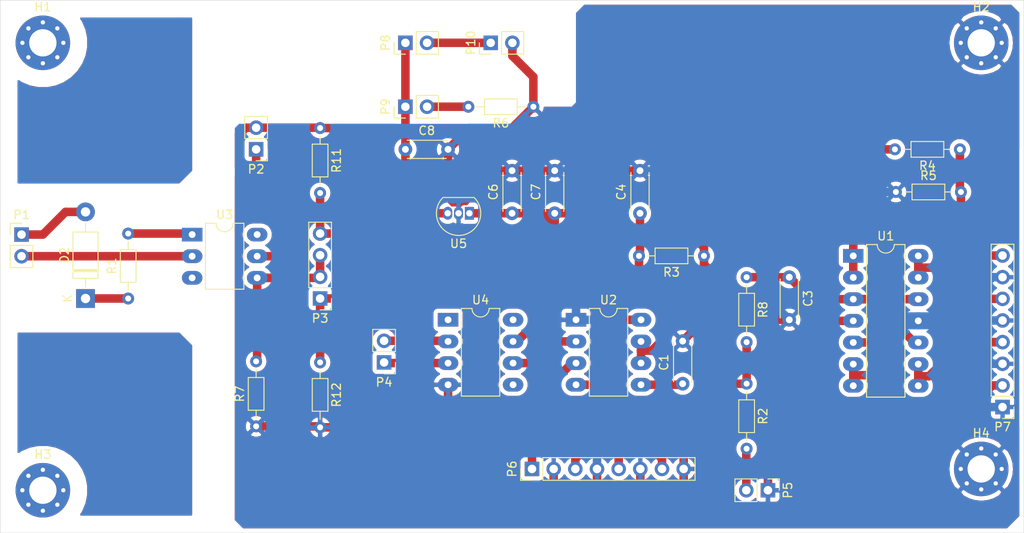
<source format=kicad_pcb>
(kicad_pcb (version 20171130) (host pcbnew 5.1.4+dfsg1-1)
  (title_block (title "ESB V1") (date 2020-06-16) (rev 0) (company "Bilucaglia M. - Di Stanislao G. - Masi R."))
  (layers (0 F.Cu signal hide) (31 B.Cu signal hide) (34 B.Paste user hide) (35 F.Paste user hide) (36 B.SilkS user hide) (37 F.SilkS user hide) (38 B.Mask user hide) (39 F.Mask user hide) (44 Edge.Cuts user))
  (net 0 "")
  (net 1 GND)
  (net 2 "Net-(C1-Pad1)")
  (net 3 +5V)
  (net 4 "Net-(C3-Pad1)")
  (net 5 "Net-(C4-Pad1)")
  (net 6 "Net-(U3-Pad6)")
  (net 7 "Net-(U3-Pad3)")
  (net 8 "Net-(U4-Pad8)")
  (net 9 "Net-(U4-Pad5)")
  (net 10 "Net-(U4-Pad1)")
  (net 11 "Net-(C8-Pad1)")
  (net 12 "Net-(D2-Pad2)")
  (net 13 "Net-(D2-Pad1)")
  (net 14 /OUT_PULSE)
  (net 15 "Net-(R1-Pad2)")
  (net 16 "Net-(R4-Pad2)")
  (net 17 "Net-(U2-Pad2)")
  (net 18 "Net-(P1-Pad2)")
  (net 19 "Net-(P2-Pad1)")
  (net 20 "Net-(P3-Pad1)")
  (net 21 "Net-(P4-Pad2)")
  (net 22 "Net-(P4-Pad1)")
  (net 23 "Net-(P5-Pad2)")
  (net 24 "Net-(P7-Pad2)")
  (net 25 "Net-(P10-Pad1)")
  (net 26 "Net-(P9-Pad2)")
  (net 27 "Net-(P7-Pad8)")
  (net 28 "Net-(P7-Pad6)")
  (net 29 "Net-(P7-Pad4)")
  (module MountingHole:MountingHole_3.2mm_M3_Pad_Via (layer F.Cu) (at 57.5 102.5)
    (fp_text reference H3 (at 0 -4.2) (layer F.SilkS))
    (fp_text value MountingHole hide)
    (pad 1 thru_hole circle (at 1.697056 -1.697056) (size 0.8 0.8) (drill 0.5) (layers *.Cu *.Mask))
    (pad 1 thru_hole circle (at 0 -2.4) (size 0.8 0.8) (drill 0.5) (layers *.Cu *.Mask))
    (pad 1 thru_hole circle (at -1.697056 -1.697056) (size 0.8 0.8) (drill 0.5) (layers *.Cu *.Mask))
    (pad 1 thru_hole circle (at -2.4 0) (size 0.8 0.8) (drill 0.5) (layers *.Cu *.Mask))
    (pad 1 thru_hole circle (at -1.697056 1.697056) (size 0.8 0.8) (drill 0.5) (layers *.Cu *.Mask))
    (pad 1 thru_hole circle (at 0 2.4) (size 0.8 0.8) (drill 0.5) (layers *.Cu *.Mask))
    (pad 1 thru_hole circle (at 1.697056 1.697056) (size 0.8 0.8) (drill 0.5) (layers *.Cu *.Mask))
    (pad 1 thru_hole circle (at 2.4 0) (size 0.8 0.8) (drill 0.5) (layers *.Cu *.Mask))
    (pad 1 thru_hole circle (at 0 0) (size 6.4 6.4) (drill 3.2) (layers *.Cu *.Mask))
  )
  (module MountingHole:MountingHole_3.2mm_M3_Pad_Via (layer F.Cu) (at 57.5 50)
    (fp_text reference H1 (at 0 -4.2) (layer F.SilkS))
    (fp_text value MountingHole hide)
    (pad 1 thru_hole circle (at 1.697056 -1.697056) (size 0.8 0.8) (drill 0.5) (layers *.Cu *.Mask))
    (pad 1 thru_hole circle (at 0 -2.4) (size 0.8 0.8) (drill 0.5) (layers *.Cu *.Mask))
    (pad 1 thru_hole circle (at -1.697056 -1.697056) (size 0.8 0.8) (drill 0.5) (layers *.Cu *.Mask))
    (pad 1 thru_hole circle (at -2.4 0) (size 0.8 0.8) (drill 0.5) (layers *.Cu *.Mask))
    (pad 1 thru_hole circle (at -1.697056 1.697056) (size 0.8 0.8) (drill 0.5) (layers *.Cu *.Mask))
    (pad 1 thru_hole circle (at 0 2.4) (size 0.8 0.8) (drill 0.5) (layers *.Cu *.Mask))
    (pad 1 thru_hole circle (at 1.697056 1.697056) (size 0.8 0.8) (drill 0.5) (layers *.Cu *.Mask))
    (pad 1 thru_hole circle (at 2.4 0) (size 0.8 0.8) (drill 0.5) (layers *.Cu *.Mask))
    (pad 1 thru_hole circle (at 0 0) (size 6.4 6.4) (drill 3.2) (layers *.Cu *.Mask))
  )
  (module MountingHole:MountingHole_3.2mm_M3_Pad_Via (layer F.Cu) (at 167.5 100)
    (fp_text reference H4 (at 0 -4.2) (layer F.SilkS))
    (fp_text value MountingHole_Pad hide)
    (pad 1 thru_hole circle (at 1.697056 -1.697056) (size 0.8 0.8) (drill 0.5) (layers *.Cu *.Mask) (net 1 GND))
    (pad 1 thru_hole circle (at 0 -2.4) (size 0.8 0.8) (drill 0.5) (layers *.Cu *.Mask) (net 1 GND))
    (pad 1 thru_hole circle (at -1.697056 -1.697056) (size 0.8 0.8) (drill 0.5) (layers *.Cu *.Mask) (net 1 GND))
    (pad 1 thru_hole circle (at -2.4 0) (size 0.8 0.8) (drill 0.5) (layers *.Cu *.Mask) (net 1 GND))
    (pad 1 thru_hole circle (at -1.697056 1.697056) (size 0.8 0.8) (drill 0.5) (layers *.Cu *.Mask) (net 1 GND))
    (pad 1 thru_hole circle (at 0 2.4) (size 0.8 0.8) (drill 0.5) (layers *.Cu *.Mask) (net 1 GND))
    (pad 1 thru_hole circle (at 1.697056 1.697056) (size 0.8 0.8) (drill 0.5) (layers *.Cu *.Mask) (net 1 GND))
    (pad 1 thru_hole circle (at 2.4 0) (size 0.8 0.8) (drill 0.5) (layers *.Cu *.Mask) (net 1 GND))
    (pad 1 thru_hole circle (at 0 0) (size 6.4 6.4) (drill 3.2) (layers *.Cu *.Mask) (net 1 GND))
  )
  (module MountingHole:MountingHole_3.2mm_M3_Pad_Via (layer F.Cu) (at 167.5 50)
    (fp_text reference H2 (at 0 -4.2) (layer F.SilkS))
    (fp_text value MountingHole_Pad hide)
    (pad 1 thru_hole circle (at 1.697056 -1.697056) (size 0.8 0.8) (drill 0.5) (layers *.Cu *.Mask) (net 1 GND))
    (pad 1 thru_hole circle (at 0 -2.4) (size 0.8 0.8) (drill 0.5) (layers *.Cu *.Mask) (net 1 GND))
    (pad 1 thru_hole circle (at -1.697056 -1.697056) (size 0.8 0.8) (drill 0.5) (layers *.Cu *.Mask) (net 1 GND))
    (pad 1 thru_hole circle (at -2.4 0) (size 0.8 0.8) (drill 0.5) (layers *.Cu *.Mask) (net 1 GND))
    (pad 1 thru_hole circle (at -1.697056 1.697056) (size 0.8 0.8) (drill 0.5) (layers *.Cu *.Mask) (net 1 GND))
    (pad 1 thru_hole circle (at 0 2.4) (size 0.8 0.8) (drill 0.5) (layers *.Cu *.Mask) (net 1 GND))
    (pad 1 thru_hole circle (at 1.697056 1.697056) (size 0.8 0.8) (drill 0.5) (layers *.Cu *.Mask) (net 1 GND))
    (pad 1 thru_hole circle (at 2.4 0) (size 0.8 0.8) (drill 0.5) (layers *.Cu *.Mask) (net 1 GND))
    (pad 1 thru_hole circle (at 0 0) (size 6.4 6.4) (drill 3.2) (layers *.Cu *.Mask) (net 1 GND))
  )
  (module Connector_PinHeader_2.54mm:PinHeader_1x04_P2.54mm_Vertical (layer F.Cu) (at 90 80 180)
    (fp_text reference P3 (at 0 -2.33) (layer F.SilkS))
    (fp_text value Conn_01x05_Male hide)
    (pad 4 thru_hole oval (at 0 7.62 180) (size 1.7 1.7) (drill 1) (layers *.Cu *.Mask) (net 20 "Net-(P3-Pad1)"))
    (pad 3 thru_hole oval (at 0 5.08 180) (size 1.7 1.7) (drill 1) (layers *.Cu *.Mask) (net 19 "Net-(P2-Pad1)"))
    (pad 2 thru_hole oval (at 0 2.54 180) (size 1.7 1.7) (drill 1) (layers *.Cu *.Mask) (net 19 "Net-(P2-Pad1)"))
    (pad 1 thru_hole rect (at 0 0 180) (size 1.7 1.7) (drill 1) (layers *.Cu *.Mask) (net 20 "Net-(P3-Pad1)"))
  )
  (module Connector_PinHeader_2.54mm:PinHeader_1x08_P2.54mm_Vertical (layer F.Cu) (at 170 92.74 180)
    (fp_text reference P7 (at 0 -2.33) (layer F.SilkS))
    (fp_text value Conn_01x08_Male hide)
    (pad 8 thru_hole oval (at 0 17.78 180) (size 1.7 1.7) (drill 1) (layers *.Cu *.Mask) (net 27 "Net-(P7-Pad8)"))
    (pad 7 thru_hole oval (at 0 15.24 180) (size 1.7 1.7) (drill 1) (layers *.Cu *.Mask) (net 1 GND))
    (pad 6 thru_hole oval (at 0 12.7 180) (size 1.7 1.7) (drill 1) (layers *.Cu *.Mask) (net 28 "Net-(P7-Pad6)"))
    (pad 5 thru_hole oval (at 0 10.16 180) (size 1.7 1.7) (drill 1) (layers *.Cu *.Mask) (net 1 GND))
    (pad 4 thru_hole oval (at 0 7.62 180) (size 1.7 1.7) (drill 1) (layers *.Cu *.Mask) (net 29 "Net-(P7-Pad4)"))
    (pad 3 thru_hole oval (at 0 5.08 180) (size 1.7 1.7) (drill 1) (layers *.Cu *.Mask) (net 1 GND))
    (pad 2 thru_hole oval (at 0 2.54 180) (size 1.7 1.7) (drill 1) (layers *.Cu *.Mask) (net 24 "Net-(P7-Pad2)"))
    (pad 1 thru_hole rect (at 0 0 180) (size 1.7 1.7) (drill 1) (layers *.Cu *.Mask) (net 1 GND))
  )
  (module Connector_PinHeader_2.54mm:PinHeader_1x08_P2.54mm_Vertical (layer F.Cu) (at 114.84 100 90)
    (fp_text reference P6 (at 0 -2.33 90) (layer F.SilkS))
    (fp_text value Conn_01x08_Male hide)
    (pad 8 thru_hole oval (at 0 17.78 90) (size 1.7 1.7) (drill 1) (layers *.Cu *.Mask) (net 1 GND))
    (pad 7 thru_hole oval (at 0 15.24 90) (size 1.7 1.7) (drill 1) (layers *.Cu *.Mask) (net 14 /OUT_PULSE))
    (pad 6 thru_hole oval (at 0 12.7 90) (size 1.7 1.7) (drill 1) (layers *.Cu *.Mask) (net 1 GND))
    (pad 5 thru_hole oval (at 0 10.16 90) (size 1.7 1.7) (drill 1) (layers *.Cu *.Mask) (net 14 /OUT_PULSE))
    (pad 4 thru_hole oval (at 0 7.62 90) (size 1.7 1.7) (drill 1) (layers *.Cu *.Mask) (net 1 GND))
    (pad 3 thru_hole oval (at 0 5.08 90) (size 1.7 1.7) (drill 1) (layers *.Cu *.Mask) (net 14 /OUT_PULSE))
    (pad 2 thru_hole oval (at 0 2.54 90) (size 1.7 1.7) (drill 1) (layers *.Cu *.Mask) (net 1 GND))
    (pad 1 thru_hole rect (at 0 0 90) (size 1.7 1.7) (drill 1) (layers *.Cu *.Mask) (net 14 /OUT_PULSE))
  )
  (module Resistor_THT:R_Axial_DIN0204_L3.6mm_D1.6mm_P7.62mm_Horizontal (layer F.Cu) (at 115 57.5 180)
    (fp_text reference R6 (at 3.81 -1.92) (layer F.SilkS))
    (fp_text value 220R)
    (pad 2 thru_hole oval (at 7.62 0 180) (size 1.4 1.4) (drill 0.7) (layers *.Cu *.Mask) (net 26 "Net-(P9-Pad2)"))
    (pad 1 thru_hole circle (at 0 0 180) (size 1.4 1.4) (drill 0.7) (layers *.Cu *.Mask) (net 1 GND))
  )
  (module Connector_PinHeader_2.54mm:PinHeader_1x02_P2.54mm_Vertical (layer F.Cu) (at 110 50 90)
    (fp_text reference P10 (at 0 -2.33 90) (layer F.SilkS))
    (fp_text value Conn_01x02_Male hide)
    (pad 2 thru_hole oval (at 0 2.54 90) (size 1.7 1.7) (drill 1) (layers *.Cu *.Mask) (net 1 GND))
    (pad 1 thru_hole rect (at 0 0 90) (size 1.7 1.7) (drill 1) (layers *.Cu *.Mask) (net 25 "Net-(P10-Pad1)"))
  )
  (module Connector_PinHeader_2.54mm:PinHeader_1x02_P2.54mm_Vertical (layer F.Cu) (at 100 57.5 90)
    (fp_text reference P9 (at 0 -2.33 90) (layer F.SilkS))
    (fp_text value Conn_01x02_Male hide)
    (pad 2 thru_hole oval (at 0 2.54 90) (size 1.7 1.7) (drill 1) (layers *.Cu *.Mask) (net 26 "Net-(P9-Pad2)"))
    (pad 1 thru_hole rect (at 0 0 90) (size 1.7 1.7) (drill 1) (layers *.Cu *.Mask) (net 11 "Net-(C8-Pad1)"))
  )
  (module Connector_PinHeader_2.54mm:PinHeader_1x02_P2.54mm_Vertical (layer F.Cu) (at 100 50 90)
    (fp_text reference P8 (at 0 -2.33 90) (layer F.SilkS))
    (fp_text value Conn_01x02_Male hide)
    (pad 2 thru_hole oval (at 0 2.54 90) (size 1.7 1.7) (drill 1) (layers *.Cu *.Mask) (net 25 "Net-(P10-Pad1)"))
    (pad 1 thru_hole rect (at 0 0 90) (size 1.7 1.7) (drill 1) (layers *.Cu *.Mask) (net 11 "Net-(C8-Pad1)"))
  )
  (module Connector_PinHeader_2.54mm:PinHeader_1x02_P2.54mm_Vertical (layer F.Cu) (at 142.5 102.5 270)
    (fp_text reference P5 (at 0 -2.33 90) (layer F.SilkS))
    (fp_text value Conn_01x02_Male hide)
    (pad 2 thru_hole oval (at 0 2.54 270) (size 1.7 1.7) (drill 1) (layers *.Cu *.Mask) (net 23 "Net-(P5-Pad2)"))
    (pad 1 thru_hole rect (at 0 0 270) (size 1.7 1.7) (drill 1) (layers *.Cu *.Mask) (net 1 GND))
  )
  (module Connector_PinHeader_2.54mm:PinHeader_1x02_P2.54mm_Vertical (layer F.Cu) (at 97.5 87.5 180)
    (fp_text reference P4 (at 0 -2.33) (layer F.SilkS))
    (fp_text value Conn_01x02_Male hide)
    (pad 2 thru_hole oval (at 0 2.54 180) (size 1.7 1.7) (drill 1) (layers *.Cu *.Mask) (net 21 "Net-(P4-Pad2)"))
    (pad 1 thru_hole rect (at 0 0 180) (size 1.7 1.7) (drill 1) (layers *.Cu *.Mask) (net 22 "Net-(P4-Pad1)"))
  )
  (module Connector_PinHeader_2.54mm:PinHeader_1x02_P2.54mm_Vertical (layer F.Cu) (at 82.5 62.5 180)
    (fp_text reference P2 (at 0 -2.33) (layer F.SilkS))
    (fp_text value Conn_01x02_Male hide)
    (pad 2 thru_hole oval (at 0 2.54 180) (size 1.7 1.7) (drill 1) (layers *.Cu *.Mask) (net 3 +5V))
    (pad 1 thru_hole rect (at 0 0 180) (size 1.7 1.7) (drill 1) (layers *.Cu *.Mask) (net 19 "Net-(P2-Pad1)"))
  )
  (module Connector_PinHeader_2.54mm:PinHeader_1x02_P2.54mm_Vertical (layer F.Cu) (at 55 72.5)
    (fp_text reference P1 (at 0 -2.33) (layer F.SilkS))
    (fp_text value Conn_01x02_Male hide)
    (pad 2 thru_hole oval (at 0 2.54) (size 1.7 1.7) (drill 1) (layers *.Cu *.Mask) (net 18 "Net-(P1-Pad2)"))
    (pad 1 thru_hole rect (at 0 0) (size 1.7 1.7) (drill 1) (layers *.Cu *.Mask) (net 12 "Net-(D2-Pad2)"))
  )
  (module Package_TO_SOT_THT:TO-92_Inline (layer F.Cu) (at 107.5 70 180)
    (fp_text reference U5 (at 1.27 -3.56) (layer F.SilkS))
    (fp_text value L78L05_TO92)
    (pad 1 thru_hole rect (at 0 0 180) (size 1.05 1.5) (drill 0.75) (layers *.Cu *.Mask) (net 3 +5V))
    (pad 3 thru_hole oval (at 2.54 0 180) (size 1.05 1.5) (drill 0.75) (layers *.Cu *.Mask) (net 11 "Net-(C8-Pad1)"))
    (pad 2 thru_hole oval (at 1.27 0 180) (size 1.05 1.5) (drill 0.75) (layers *.Cu *.Mask) (net 1 GND))
  )
  (module Resistor_THT:R_Axial_DIN0204_L3.6mm_D1.6mm_P7.62mm_Horizontal (layer F.Cu) (at 157.5 67.5)
    (fp_text reference R5 (at 3.81 -1.92) (layer F.SilkS))
    (fp_text value 100R)
    (pad 2 thru_hole oval (at 7.62 0) (size 1.4 1.4) (drill 0.7) (layers *.Cu *.Mask) (net 27 "Net-(P7-Pad8)"))
    (pad 1 thru_hole circle (at 0 0) (size 1.4 1.4) (drill 0.7) (layers *.Cu *.Mask) (net 1 GND))
  )
  (module Resistor_THT:R_Axial_DIN0204_L3.6mm_D1.6mm_P7.62mm_Horizontal (layer F.Cu) (at 165 62.5 180)
    (fp_text reference R4 (at 3.81 -1.92) (layer F.SilkS))
    (fp_text value 100k)
    (pad 2 thru_hole oval (at 7.62 0 180) (size 1.4 1.4) (drill 0.7) (layers *.Cu *.Mask) (net 16 "Net-(R4-Pad2)"))
    (pad 1 thru_hole circle (at 0 0 180) (size 1.4 1.4) (drill 0.7) (layers *.Cu *.Mask) (net 27 "Net-(P7-Pad8)"))
  )
  (module Resistor_THT:R_Axial_DIN0204_L3.6mm_D1.6mm_P7.62mm_Horizontal (layer F.Cu) (at 67.5 80 90)
    (fp_text reference R1 (at 3.81 -1.92 90) (layer F.SilkS))
    (fp_text value 680R)
    (pad 2 thru_hole oval (at 7.62 0 90) (size 1.4 1.4) (drill 0.7) (layers *.Cu *.Mask) (net 15 "Net-(R1-Pad2)"))
    (pad 1 thru_hole circle (at 0 0 90) (size 1.4 1.4) (drill 0.7) (layers *.Cu *.Mask) (net 13 "Net-(D2-Pad1)"))
  )
  (module Diode_THT:D_DO-41_SOD81_P10.16mm_Horizontal (layer F.Cu) (at 62.5 80 90)
    (fp_text reference D2 (at 5.08 -2.47 90) (layer F.SilkS))
    (fp_text value 1N4007)
    (fp_text user K (at 0 -2.1 90) (layer F.SilkS))
    (pad 2 thru_hole oval (at 10.16 0 90) (size 2.2 2.2) (drill 1.1) (layers *.Cu *.Mask) (net 12 "Net-(D2-Pad2)"))
    (pad 1 thru_hole rect (at 0 0 90) (size 2.2 2.2) (drill 1.1) (layers *.Cu *.Mask) (net 13 "Net-(D2-Pad1)"))
  )
  (module Capacitor_THT:C_Disc_D4.3mm_W1.9mm_P5.00mm (layer F.Cu) (at 100 62.5)
    (fp_text reference C8 (at 2.5 -2.2) (layer F.SilkS))
    (fp_text value 1u,35V)
    (pad 2 thru_hole circle (at 5 0) (size 1.6 1.6) (drill 0.8) (layers *.Cu *.Mask) (net 1 GND))
    (pad 1 thru_hole circle (at 0 0) (size 1.6 1.6) (drill 0.8) (layers *.Cu *.Mask) (net 11 "Net-(C8-Pad1)"))
  )
  (module Package_DIP:DIP-14_W7.62mm_LongPads (layer F.Cu) (at 152.5 75)
    (fp_text reference U1 (at 3.81 -2.33) (layer F.SilkS))
    (fp_text value MCP6024-I/P)
    (pad 14 thru_hole oval (at 7.62 0) (size 2.4 1.6) (drill 0.8) (layers *.Cu *.Mask) (net 28 "Net-(P7-Pad6)"))
    (pad 7 thru_hole oval (at 0 15.24) (size 2.4 1.6) (drill 0.8) (layers *.Cu *.Mask) (net 24 "Net-(P7-Pad2)"))
    (pad 13 thru_hole oval (at 7.62 2.54) (size 2.4 1.6) (drill 0.8) (layers *.Cu *.Mask) (net 28 "Net-(P7-Pad6)"))
    (pad 6 thru_hole oval (at 0 12.7) (size 2.4 1.6) (drill 0.8) (layers *.Cu *.Mask) (net 24 "Net-(P7-Pad2)"))
    (pad 12 thru_hole oval (at 7.62 5.08) (size 2.4 1.6) (drill 0.8) (layers *.Cu *.Mask) (net 4 "Net-(C3-Pad1)"))
    (pad 5 thru_hole oval (at 0 10.16) (size 2.4 1.6) (drill 0.8) (layers *.Cu *.Mask) (net 4 "Net-(C3-Pad1)"))
    (pad 11 thru_hole oval (at 7.62 7.62) (size 2.4 1.6) (drill 0.8) (layers *.Cu *.Mask) (net 1 GND))
    (pad 4 thru_hole oval (at 0 7.62) (size 2.4 1.6) (drill 0.8) (layers *.Cu *.Mask) (net 3 +5V))
    (pad 10 thru_hole oval (at 7.62 10.16) (size 2.4 1.6) (drill 0.8) (layers *.Cu *.Mask) (net 4 "Net-(C3-Pad1)"))
    (pad 3 thru_hole oval (at 0 5.08) (size 2.4 1.6) (drill 0.8) (layers *.Cu *.Mask) (net 4 "Net-(C3-Pad1)"))
    (pad 9 thru_hole oval (at 7.62 12.7) (size 2.4 1.6) (drill 0.8) (layers *.Cu *.Mask) (net 29 "Net-(P7-Pad4)"))
    (pad 2 thru_hole oval (at 0 2.54) (size 2.4 1.6) (drill 0.8) (layers *.Cu *.Mask) (net 16 "Net-(R4-Pad2)"))
    (pad 8 thru_hole oval (at 7.62 15.24) (size 2.4 1.6) (drill 0.8) (layers *.Cu *.Mask) (net 29 "Net-(P7-Pad4)"))
    (pad 1 thru_hole rect (at 0 0) (size 2.4 1.6) (drill 0.8) (layers *.Cu *.Mask) (net 16 "Net-(R4-Pad2)"))
  )
  (module Package_DIP:DIP-8_W7.62mm_LongPads (layer F.Cu) (at 105 82.5)
    (fp_text reference U4 (at 3.81 -2.33) (layer F.SilkS))
    (fp_text value MCP6021-I/P)
    (pad 8 thru_hole oval (at 7.62 0) (size 2.4 1.6) (drill 0.8) (layers *.Cu *.Mask) (net 8 "Net-(U4-Pad8)"))
    (pad 4 thru_hole oval (at 0 7.62) (size 2.4 1.6) (drill 0.8) (layers *.Cu *.Mask) (net 1 GND))
    (pad 7 thru_hole oval (at 7.62 2.54) (size 2.4 1.6) (drill 0.8) (layers *.Cu *.Mask) (net 3 +5V))
    (pad 3 thru_hole oval (at 0 5.08) (size 2.4 1.6) (drill 0.8) (layers *.Cu *.Mask) (net 22 "Net-(P4-Pad1)"))
    (pad 6 thru_hole oval (at 7.62 5.08) (size 2.4 1.6) (drill 0.8) (layers *.Cu *.Mask) (net 17 "Net-(U2-Pad2)"))
    (pad 2 thru_hole oval (at 0 2.54) (size 2.4 1.6) (drill 0.8) (layers *.Cu *.Mask) (net 21 "Net-(P4-Pad2)"))
    (pad 5 thru_hole oval (at 7.62 7.62) (size 2.4 1.6) (drill 0.8) (layers *.Cu *.Mask) (net 9 "Net-(U4-Pad5)"))
    (pad 1 thru_hole rect (at 0 0) (size 2.4 1.6) (drill 0.8) (layers *.Cu *.Mask) (net 10 "Net-(U4-Pad1)"))
  )
  (module Package_DIP:DIP-6_W7.62mm_LongPads (layer F.Cu) (at 75 72.5)
    (fp_text reference U3 (at 3.81 -2.33) (layer F.SilkS))
    (fp_text value 4N35)
    (pad 6 thru_hole oval (at 7.62 0) (size 2.4 1.6) (drill 0.8) (layers *.Cu *.Mask) (net 6 "Net-(U3-Pad6)"))
    (pad 3 thru_hole oval (at 0 5.08) (size 2.4 1.6) (drill 0.8) (layers *.Cu *.Mask) (net 7 "Net-(U3-Pad3)"))
    (pad 5 thru_hole oval (at 7.62 2.54) (size 2.4 1.6) (drill 0.8) (layers *.Cu *.Mask) (net 3 +5V))
    (pad 2 thru_hole oval (at 0 2.54) (size 2.4 1.6) (drill 0.8) (layers *.Cu *.Mask) (net 18 "Net-(P1-Pad2)"))
    (pad 4 thru_hole oval (at 7.62 5.08) (size 2.4 1.6) (drill 0.8) (layers *.Cu *.Mask) (net 19 "Net-(P2-Pad1)"))
    (pad 1 thru_hole rect (at 0 0) (size 2.4 1.6) (drill 0.8) (layers *.Cu *.Mask) (net 15 "Net-(R1-Pad2)"))
  )
  (module Package_DIP:DIP-8_W7.62mm_LongPads (layer F.Cu) (at 120 82.5)
    (fp_text reference U2 (at 3.81 -2.33) (layer F.SilkS))
    (fp_text value NE555)
    (pad 8 thru_hole oval (at 7.62 0) (size 2.4 1.6) (drill 0.8) (layers *.Cu *.Mask) (net 3 +5V))
    (pad 4 thru_hole oval (at 0 7.62) (size 2.4 1.6) (drill 0.8) (layers *.Cu *.Mask) (net 3 +5V))
    (pad 7 thru_hole oval (at 7.62 2.54) (size 2.4 1.6) (drill 0.8) (layers *.Cu *.Mask) (net 5 "Net-(C4-Pad1)"))
    (pad 3 thru_hole oval (at 0 5.08) (size 2.4 1.6) (drill 0.8) (layers *.Cu *.Mask) (net 14 /OUT_PULSE))
    (pad 6 thru_hole oval (at 7.62 5.08) (size 2.4 1.6) (drill 0.8) (layers *.Cu *.Mask) (net 5 "Net-(C4-Pad1)"))
    (pad 2 thru_hole oval (at 0 2.54) (size 2.4 1.6) (drill 0.8) (layers *.Cu *.Mask) (net 17 "Net-(U2-Pad2)"))
    (pad 5 thru_hole oval (at 7.62 7.62) (size 2.4 1.6) (drill 0.8) (layers *.Cu *.Mask) (net 2 "Net-(C1-Pad1)"))
    (pad 1 thru_hole rect (at 0 0) (size 2.4 1.6) (drill 0.8) (layers *.Cu *.Mask) (net 1 GND))
  )
  (module Resistor_THT:R_Axial_DIN0204_L3.6mm_D1.6mm_P7.62mm_Horizontal (layer F.Cu) (at 90 87.5 270)
    (fp_text reference R12 (at 3.81 -1.92 90) (layer F.SilkS))
    (fp_text value 33k)
    (pad 2 thru_hole oval (at 7.62 0 270) (size 1.4 1.4) (drill 0.7) (layers *.Cu *.Mask) (net 1 GND))
    (pad 1 thru_hole circle (at 0 0 270) (size 1.4 1.4) (drill 0.7) (layers *.Cu *.Mask) (net 20 "Net-(P3-Pad1)"))
  )
  (module Resistor_THT:R_Axial_DIN0204_L3.6mm_D1.6mm_P7.62mm_Horizontal (layer F.Cu) (at 90 60 270)
    (fp_text reference R11 (at 3.81 -1.92 90) (layer F.SilkS))
    (fp_text value 33k)
    (pad 2 thru_hole oval (at 7.62 0 270) (size 1.4 1.4) (drill 0.7) (layers *.Cu *.Mask) (net 20 "Net-(P3-Pad1)"))
    (pad 1 thru_hole circle (at 0 0 270) (size 1.4 1.4) (drill 0.7) (layers *.Cu *.Mask) (net 3 +5V))
  )
  (module Resistor_THT:R_Axial_DIN0204_L3.6mm_D1.6mm_P7.62mm_Horizontal (layer F.Cu) (at 140 77.5 270)
    (fp_text reference R8 (at 3.81 -1.92 90) (layer F.SilkS))
    (fp_text value 100k)
    (pad 2 thru_hole oval (at 7.62 0 270) (size 1.4 1.4) (drill 0.7) (layers *.Cu *.Mask) (net 14 /OUT_PULSE))
    (pad 1 thru_hole circle (at 0 0 270) (size 1.4 1.4) (drill 0.7) (layers *.Cu *.Mask) (net 4 "Net-(C3-Pad1)"))
  )
  (module Resistor_THT:R_Axial_DIN0204_L3.6mm_D1.6mm_P7.62mm_Horizontal (layer F.Cu) (at 82.5 95 90)
    (fp_text reference R7 (at 3.81 -1.92 90) (layer F.SilkS))
    (fp_text value 18K)
    (pad 2 thru_hole oval (at 7.62 0 90) (size 1.4 1.4) (drill 0.7) (layers *.Cu *.Mask) (net 19 "Net-(P2-Pad1)"))
    (pad 1 thru_hole circle (at 0 0 90) (size 1.4 1.4) (drill 0.7) (layers *.Cu *.Mask) (net 1 GND))
  )
  (module Resistor_THT:R_Axial_DIN0204_L3.6mm_D1.6mm_P7.62mm_Horizontal (layer F.Cu) (at 135 75 180)
    (fp_text reference R3 (at 3.81 -1.92) (layer F.SilkS))
    (fp_text value 33k)
    (pad 2 thru_hole oval (at 7.62 0 180) (size 1.4 1.4) (drill 0.7) (layers *.Cu *.Mask) (net 5 "Net-(C4-Pad1)"))
    (pad 1 thru_hole circle (at 0 0 180) (size 1.4 1.4) (drill 0.7) (layers *.Cu *.Mask) (net 3 +5V))
  )
  (module Resistor_THT:R_Axial_DIN0204_L3.6mm_D1.6mm_P7.62mm_Horizontal (layer F.Cu) (at 140 90 270)
    (fp_text reference R2 (at 3.81 -1.92 90) (layer F.SilkS))
    (fp_text value 270R)
    (pad 2 thru_hole oval (at 7.62 0 270) (size 1.4 1.4) (drill 0.7) (layers *.Cu *.Mask) (net 23 "Net-(P5-Pad2)"))
    (pad 1 thru_hole circle (at 0 0 270) (size 1.4 1.4) (drill 0.7) (layers *.Cu *.Mask) (net 14 /OUT_PULSE))
  )
  (module Capacitor_THT:C_Disc_D4.3mm_W1.9mm_P5.00mm (layer F.Cu) (at 117.5 70 90)
    (fp_text reference C7 (at 2.5 -2.2 90) (layer F.SilkS))
    (fp_text value 100n)
    (pad 2 thru_hole circle (at 5 0 90) (size 1.6 1.6) (drill 0.8) (layers *.Cu *.Mask) (net 1 GND))
    (pad 1 thru_hole circle (at 0 0 90) (size 1.6 1.6) (drill 0.8) (layers *.Cu *.Mask) (net 3 +5V))
  )
  (module Capacitor_THT:C_Disc_D4.3mm_W1.9mm_P5.00mm (layer F.Cu) (at 112.5 70 90)
    (fp_text reference C6 (at 2.5 -2.2 90) (layer F.SilkS))
    (fp_text value 1u)
    (pad 2 thru_hole circle (at 5 0 90) (size 1.6 1.6) (drill 0.8) (layers *.Cu *.Mask) (net 1 GND))
    (pad 1 thru_hole circle (at 0 0 90) (size 1.6 1.6) (drill 0.8) (layers *.Cu *.Mask) (net 3 +5V))
  )
  (module Capacitor_THT:C_Disc_D4.3mm_W1.9mm_P5.00mm (layer F.Cu) (at 127.5 70 90)
    (fp_text reference C4 (at 2.5 -2.2 90) (layer F.SilkS))
    (fp_text value 100n)
    (pad 2 thru_hole circle (at 5 0 90) (size 1.6 1.6) (drill 0.8) (layers *.Cu *.Mask) (net 1 GND))
    (pad 1 thru_hole circle (at 0 0 90) (size 1.6 1.6) (drill 0.8) (layers *.Cu *.Mask) (net 5 "Net-(C4-Pad1)"))
  )
  (module Capacitor_THT:C_Disc_D4.3mm_W1.9mm_P5.00mm (layer F.Cu) (at 145 77.5 270)
    (fp_text reference C3 (at 2.5 -2.2 90) (layer F.SilkS))
    (fp_text value 1n)
    (pad 2 thru_hole circle (at 5 0 270) (size 1.6 1.6) (drill 0.8) (layers *.Cu *.Mask) (net 1 GND))
    (pad 1 thru_hole circle (at 0 0 270) (size 1.6 1.6) (drill 0.8) (layers *.Cu *.Mask) (net 4 "Net-(C3-Pad1)"))
  )
  (module Capacitor_THT:C_Disc_D4.3mm_W1.9mm_P5.00mm (layer F.Cu) (at 132.5 90 90)
    (fp_text reference C1 (at 2.5 -2.2 90) (layer F.SilkS))
    (fp_text value 10n)
    (pad 2 thru_hole circle (at 5 0 90) (size 1.6 1.6) (drill 0.8) (layers *.Cu *.Mask) (net 1 GND))
    (pad 1 thru_hole circle (at 0 0 90) (size 1.6 1.6) (drill 0.8) (layers *.Cu *.Mask) (net 2 "Net-(C1-Pad1)"))
  )
  (gr_line (start 172.5 107.5) (end 52.5 107.5) (layer Edge.Cuts) (width 0.05))
  (gr_line (start 172.5 45) (end 172.5 107.5) (layer Edge.Cuts) (width 0.05))
  (gr_line (start 52.5 45) (end 172.5 45) (layer Edge.Cuts) (width 0.05))
  (gr_line (start 52.5 107.5) (end 52.5 45) (layer Edge.Cuts) (width 0.05))
  (segment (start 169.96 82.62) (end 170 82.58) (width 1) (layer F.Cu) (net 1))
  (segment (start 112.54 50) (end 112.54 51.54) (width 1) (layer F.Cu) (net 1))
  (segment (start 112.54 51.54) (end 115 54) (width 1) (layer F.Cu) (net 1))
  (segment (start 115 54) (end 115 57.5) (width 1) (layer F.Cu) (net 1))
  (segment (start 89.88 95) (end 90 95.12) (width 1) (layer F.Cu) (net 1))
  (segment (start 82.5 95) (end 89.88 95) (width 1) (layer F.Cu) (net 1))
  (segment (start 101.8 95.12) (end 105 91.92) (width 1) (layer F.Cu) (net 1))
  (segment (start 105 91.92) (end 105 90.12) (width 1) (layer F.Cu) (net 1))
  (segment (start 90 95.12) (end 101.8 95.12) (width 1) (layer F.Cu) (net 1))
  (segment (start 101.8 95.12) (end 109.18 102.5) (width 1) (layer F.Cu) (net 1))
  (segment (start 131.322081 102.5) (end 132.5 102.5) (width 1) (layer F.Cu) (net 1))
  (segment (start 117.38 100) (end 117.38 102.38) (width 1) (layer F.Cu) (net 1))
  (segment (start 117.38 102.38) (end 117.5 102.5) (width 1) (layer F.Cu) (net 1))
  (segment (start 109.18 102.5) (end 117.5 102.5) (width 1) (layer F.Cu) (net 1))
  (segment (start 122.46 102.46) (end 122.5 102.5) (width 1) (layer F.Cu) (net 1))
  (segment (start 122.46 100) (end 122.46 102.46) (width 1) (layer F.Cu) (net 1))
  (segment (start 117.5 102.5) (end 122.5 102.5) (width 1) (layer F.Cu) (net 1))
  (segment (start 127.54 100) (end 127.54 102.46) (width 1) (layer F.Cu) (net 1))
  (segment (start 122.5 102.5) (end 127.5 102.5) (width 1) (layer F.Cu) (net 1))
  (segment (start 127.54 102.46) (end 127.5 102.5) (width 1) (layer F.Cu) (net 1))
  (segment (start 127.5 102.5) (end 131.322081 102.5) (width 1) (layer F.Cu) (net 1))
  (segment (start 132.62 102.38) (end 132.5 102.5) (width 1) (layer F.Cu) (net 1))
  (segment (start 132.62 100) (end 132.62 102.38) (width 1) (layer F.Cu) (net 1))
  (segment (start 105 65) (end 117.5 65) (width 1) (layer F.Cu) (net 1))
  (segment (start 105 65) (end 105 62.5) (width 1) (layer F.Cu) (net 1))
  (segment (start 105 67.62) (end 105 65) (width 1) (layer F.Cu) (net 1))
  (segment (start 112.5 60) (end 115 57.5) (width 1) (layer F.Cu) (net 1))
  (segment (start 105 62.5) (end 107.5 60) (width 1) (layer F.Cu) (net 1))
  (segment (start 107.5 60) (end 112.5 60) (width 1) (layer F.Cu) (net 1))
  (segment (start 106.23 70) (end 106.23 68.85) (width 0.4) (layer F.Cu) (net 1))
  (segment (start 117.5 65) (end 127.5 65) (width 1) (layer F.Cu) (net 1))
  (segment (start 160.12 82.62) (end 162.32 82.62) (width 2) (layer B.Cu) (net 1))
  (segment (start 162.32 82.62) (end 162.36 82.58) (width 1) (layer B.Cu) (net 1))
  (segment (start 168.797919 87.66) (end 170 87.66) (width 1) (layer B.Cu) (net 1))
  (segment (start 162.36 82.58) (end 163.58 82.58) (width 1) (layer B.Cu) (net 1))
  (segment (start 167.5 83) (end 167.92 82.58) (width 1) (layer B.Cu) (net 1))
  (segment (start 163.58 82.58) (end 167.92 82.58) (width 1) (layer B.Cu) (net 1))
  (segment (start 167.5 86.362081) (end 167.5 83) (width 1) (layer B.Cu) (net 1))
  (segment (start 168.797919 87.66) (end 167.5 86.362081) (width 1) (layer B.Cu) (net 1))
  (segment (start 167.92 82.58) (end 170 82.58) (width 1) (layer B.Cu) (net 1))
  (segment (start 168.797919 77.5) (end 170 77.5) (width 1) (layer B.Cu) (net 1))
  (segment (start 167.5 78.797919) (end 168.797919 77.5) (width 1) (layer B.Cu) (net 1))
  (segment (start 167.5 83) (end 167.5 78.797919) (width 1) (layer B.Cu) (net 1))
  (segment (start 168.15 92.74) (end 170 92.74) (width 1) (layer B.Cu) (net 1))
  (segment (start 167.5 92.09) (end 168.15 92.74) (width 1) (layer B.Cu) (net 1))
  (segment (start 167.5 86.362081) (end 167.5 92.09) (width 1) (layer B.Cu) (net 1))
  (segment (start 135.5 65) (end 127.5 65) (width 1) (layer B.Cu) (net 1))
  (segment (start 138 67.5) (end 135.5 65) (width 1) (layer B.Cu) (net 1))
  (segment (start 157.5 67.5) (end 156.5 67.5) (width 1) (layer B.Cu) (net 1))
  (segment (start 154.5 67.5) (end 156.5 69.5) (width 1) (layer B.Cu) (net 1))
  (segment (start 156.5 67.5) (end 154.5 67.5) (width 1) (layer B.Cu) (net 1))
  (segment (start 156.5 69.5) (end 156.5 81) (width 1) (layer B.Cu) (net 1))
  (segment (start 157.62 82.62) (end 156.5 81.5) (width 1) (layer B.Cu) (net 1))
  (segment (start 160.12 82.62) (end 157.62 82.62) (width 2) (layer B.Cu) (net 1))
  (segment (start 156.5 81) (end 156.5 81.5) (width 1) (layer B.Cu) (net 1))
  (segment (start 140 67.5) (end 138 67.5) (width 1) (layer B.Cu) (net 1))
  (segment (start 154.5 67.5) (end 140 67.5) (width 1) (layer B.Cu) (net 1))
  (segment (start 138 67.5) (end 142 71.5) (width 1) (layer B.Cu) (net 1))
  (segment (start 142 79.5) (end 145 82.5) (width 1) (layer B.Cu) (net 1))
  (segment (start 142 71.5) (end 142 79.5) (width 1) (layer B.Cu) (net 1))
  (segment (start 135 82.5) (end 132.5 85) (width 1) (layer F.Cu) (net 1))
  (segment (start 145 82.5) (end 135 82.5) (width 1) (layer F.Cu) (net 1))
  (segment (start 117.5 65) (end 119 65) (width 1) (layer B.Cu) (net 1))
  (segment (start 120 66) (end 120 82.5) (width 1) (layer B.Cu) (net 1))
  (segment (start 119 65) (end 120 66) (width 1) (layer B.Cu) (net 1))
  (segment (start 142.5 96) (end 142.5 102.5) (width 1) (layer F.Cu) (net 1))
  (segment (start 141 94.5) (end 142.5 96) (width 1) (layer F.Cu) (net 1))
  (segment (start 134.677902 94.5) (end 141 94.5) (width 1) (layer F.Cu) (net 1))
  (segment (start 132.62 96.557902) (end 134.677902 94.5) (width 1) (layer F.Cu) (net 1))
  (segment (start 132.62 100) (end 132.62 96.557902) (width 1) (layer F.Cu) (net 1))
  (segment (start 122.2 82.5) (end 122.5 82.8) (width 1) (layer B.Cu) (net 1))
  (segment (start 120 82.5) (end 122.2 82.5) (width 1) (layer B.Cu) (net 1))
  (segment (start 122.5 85) (end 122.46 85.04) (width 1) (layer B.Cu) (net 1))
  (segment (start 122.5 82.8) (end 122.5 85) (width 1) (layer B.Cu) (net 1))
  (segment (start 122.46 84.657833) (end 122.46 85.04) (width 1) (layer B.Cu) (net 1))
  (segment (start 122.46 85.04) (end 122.46 100) (width 1) (layer B.Cu) (net 1))
  (segment (start 130 72.575202) (end 130 67.5) (width 1) (layer B.Cu) (net 1))
  (segment (start 130 67.5) (end 130 65) (width 1) (layer B.Cu) (net 1))
  (segment (start 106.23 70) (end 106.23 69.27) (width 0.4) (layer F.Cu) (net 1))
  (segment (start 106.23 69.27) (end 106.23 69.23) (width 0.4) (layer F.Cu) (net 1))
  (segment (start 106.23 68.85) (end 106.23 68.23) (width 0.4) (layer F.Cu) (net 1))
  (segment (start 106.23 68.23) (end 105.5 67.5) (width 0.4) (layer F.Cu) (net 1))
  (segment (start 106.23 68.85) (end 105.5 68.12) (width 0.4) (layer F.Cu) (net 1))
  (segment (start 106.23 68.85) (end 106.23 68.77) (width 0.4) (layer F.Cu) (net 1))
  (segment (start 106.23 69.27) (end 106.23 68.77) (width 0.4) (layer F.Cu) (net 1))
  (segment (start 106.23 70) (end 106.23 69.23) (width 0.4) (layer F.Cu) (net 1))
  (segment (start 105 68) (end 106 69) (width 0.4) (layer F.Cu) (net 1))
  (segment (start 105 67.62) (end 105 68) (width 0.4) (layer F.Cu) (net 1))
  (segment (start 106.23 69.23) (end 106 69) (width 0.4) (layer F.Cu) (net 1))
  (segment (start 106 69) (end 105.5 68.5) (width 0.4) (layer F.Cu) (net 1))
  (segment (start 106.23 70) (end 106.23 68.77) (width 0.4) (layer F.Cu) (net 1))
  (segment (start 106.23 68.77) (end 106.5 68.5) (width 0.4) (layer F.Cu) (net 1))
  (segment (start 107 68.5) (end 107.5 68) (width 0.4) (layer F.Cu) (net 1))
  (segment (start 106 69) (end 105.5 69) (width 0.4) (layer F.Cu) (net 1))
  (segment (start 105.5 69) (end 105 68.5) (width 0.4) (layer F.Cu) (net 1))
  (segment (start 105.5 69) (end 104.5 68) (width 0.4) (layer F.Cu) (net 1))
  (segment (start 106.650001 68.849999) (end 107.150001 68.849999) (width 0.4) (layer F.Cu) (net 1))
  (segment (start 106.5 69) (end 106.650001 68.849999) (width 0.4) (layer F.Cu) (net 1))
  (segment (start 106.5 69) (end 107 68.5) (width 0.4) (layer F.Cu) (net 1))
  (segment (start 106.23 69.27) (end 106.5 69) (width 0.4) (layer F.Cu) (net 1))
  (segment (start 107.150001 68.849999) (end 107.5 68.5) (width 0.4) (layer F.Cu) (net 1))
  (segment (start 132.38 90.12) (end 132.5 90) (width 1) (layer F.Cu) (net 2))
  (segment (start 127.62 90.12) (end 132.38 90.12) (width 1) (layer F.Cu) (net 2))
  (segment (start 112.5 70) (end 117.5 70) (width 1) (layer F.Cu) (net 3))
  (segment (start 117.5 71.13137) (end 117.5 70) (width 1) (layer F.Cu) (net 3))
  (segment (start 127.62 82.5) (end 127.22 82.5) (width 1) (layer F.Cu) (net 3))
  (segment (start 122.2 90.12) (end 124.36 87.96) (width 1) (layer F.Cu) (net 3))
  (segment (start 120 90.12) (end 122.2 90.12) (width 1) (layer F.Cu) (net 3))
  (segment (start 124.36 79.64) (end 117.5 72.78) (width 1) (layer F.Cu) (net 3))
  (segment (start 124.36 81.44) (end 124.36 81.36) (width 1) (layer F.Cu) (net 3))
  (segment (start 125.42 82.5) (end 124.36 81.44) (width 1) (layer F.Cu) (net 3))
  (segment (start 127.62 82.5) (end 125.42 82.5) (width 1) (layer F.Cu) (net 3))
  (segment (start 124.36 87.96) (end 124.36 81.36) (width 1) (layer F.Cu) (net 3))
  (segment (start 124.36 81.36) (end 124.36 79.64) (width 1) (layer F.Cu) (net 3))
  (segment (start 112.62 85.04) (end 113.082167 85.04) (width 1) (layer F.Cu) (net 3))
  (segment (start 113.082167 85.04) (end 117.5 80.622167) (width 1) (layer F.Cu) (net 3))
  (segment (start 117.5 72.78) (end 117.5 71.5) (width 1) (layer F.Cu) (net 3))
  (segment (start 117.5 80.622167) (end 117.5 71.5) (width 1) (layer F.Cu) (net 3))
  (segment (start 117.5 71.5) (end 117.5 71.13137) (width 1) (layer F.Cu) (net 3))
  (segment (start 147.843202 82.62) (end 152.5 82.62) (width 1) (layer F.Cu) (net 3))
  (segment (start 89.96 59.96) (end 90 60) (width 1) (layer F.Cu) (net 3))
  (segment (start 82.5 59.96) (end 89.96 59.96) (width 1) (layer F.Cu) (net 3))
  (segment (start 112.5 70) (end 107.79501 70) (width 1) (layer F.Cu) (net 3))
  (segment (start 135 74.010051) (end 128.489949 67.5) (width 1) (layer F.Cu) (net 3))
  (segment (start 135 75) (end 135 74.010051) (width 1) (layer F.Cu) (net 3))
  (segment (start 128.489949 67.5) (end 124 67.5) (width 1) (layer F.Cu) (net 3))
  (segment (start 121.5 70) (end 117.5 70) (width 1) (layer F.Cu) (net 3))
  (segment (start 124 67.5) (end 121.5 70) (width 1) (layer F.Cu) (net 3))
  (segment (start 135 75) (end 135 76) (width 1) (layer F.Cu) (net 3))
  (segment (start 145.883201 80.659999) (end 147.843202 82.62) (width 1) (layer F.Cu) (net 3))
  (segment (start 139.659999 80.659999) (end 145.883201 80.659999) (width 1) (layer F.Cu) (net 3))
  (segment (start 135 76) (end 139.659999 80.659999) (width 1) (layer F.Cu) (net 3))
  (segment (start 111.5 76) (end 117.5 70) (width 1) (layer F.Cu) (net 3))
  (segment (start 92.5 60) (end 96.5 64) (width 1) (layer F.Cu) (net 3))
  (segment (start 90 60) (end 92.5 60) (width 1) (layer F.Cu) (net 3))
  (segment (start 111.5 76) (end 99.5 76) (width 1) (layer F.Cu) (net 3))
  (segment (start 96.5 73) (end 96.5 64) (width 1) (layer F.Cu) (net 3))
  (segment (start 99.5 76) (end 96.5 73) (width 1) (layer F.Cu) (net 3))
  (segment (start 80.5 60.757919) (end 81.297919 59.96) (width 1) (layer F.Cu) (net 3))
  (segment (start 80.5 64.5) (end 80.5 60.757919) (width 1) (layer F.Cu) (net 3))
  (segment (start 80.959991 64.959991) (end 80.5 64.5) (width 1) (layer F.Cu) (net 3))
  (segment (start 82.62 75.04) (end 84.82 75.04) (width 1) (layer F.Cu) (net 3))
  (segment (start 81.297919 59.96) (end 82.5 59.96) (width 1) (layer F.Cu) (net 3))
  (segment (start 84.82 75.04) (end 84.86001 74.99999) (width 1) (layer F.Cu) (net 3))
  (segment (start 84.86001 68.887912) (end 80.959991 64.987893) (width 1) (layer F.Cu) (net 3))
  (segment (start 80.959991 64.987893) (end 80.959991 64.959991) (width 1) (layer F.Cu) (net 3))
  (segment (start 84.86001 74.99999) (end 84.86001 68.887912) (width 1) (layer F.Cu) (net 3))
  (segment (start 140 77.5) (end 145 77.5) (width 1) (layer F.Cu) (net 4))
  (segment (start 147.58 80.08) (end 145 77.5) (width 1) (layer F.Cu) (net 4))
  (segment (start 152.5 80.08) (end 147.58 80.08) (width 1) (layer F.Cu) (net 4))
  (segment (start 152.5 80.08) (end 160.12 80.08) (width 1) (layer F.Cu) (net 4))
  (segment (start 159.657833 85.16) (end 160.12 85.16) (width 1) (layer F.Cu) (net 4))
  (segment (start 152.5 80.08) (end 154.577833 80.08) (width 1) (layer F.Cu) (net 4))
  (segment (start 154.7 85.16) (end 152.5 85.16) (width 1) (layer F.Cu) (net 4))
  (segment (start 156.498917 82.001083) (end 156.498917 83.361083) (width 1) (layer F.Cu) (net 4))
  (segment (start 156.498917 82.001083) (end 159.657833 85.16) (width 1) (layer F.Cu) (net 4))
  (segment (start 154.577833 80.08) (end 156.498917 82.001083) (width 1) (layer F.Cu) (net 4))
  (segment (start 156.498917 83.361083) (end 154.7 85.16) (width 1) (layer F.Cu) (net 4))
  (segment (start 127.5 74.88) (end 127.38 75) (width 1) (layer F.Cu) (net 5))
  (segment (start 127.5 70) (end 127.5 74.88) (width 1) (layer F.Cu) (net 5))
  (segment (start 127.62 86.12) (end 127.62 85.502167) (width 1) (layer F.Cu) (net 5))
  (segment (start 127.62 87.58) (end 127.62 86.12) (width 1) (layer F.Cu) (net 5))
  (segment (start 128.88 86.12) (end 127.62 86.12) (width 1) (layer F.Cu) (net 5))
  (segment (start 129.86001 80.86001) (end 129.86001 85.13999) (width 1) (layer F.Cu) (net 5))
  (segment (start 127.38 75) (end 127.38 78.38) (width 1) (layer F.Cu) (net 5))
  (segment (start 129.86001 85.13999) (end 128.88 86.12) (width 1) (layer F.Cu) (net 5))
  (segment (start 127.38 78.38) (end 129.86001 80.86001) (width 1) (layer F.Cu) (net 5))
  (segment (start 100 50) (end 100 57.5) (width 1) (layer F.Cu) (net 11))
  (segment (start 100 57.5) (end 100 62.5) (width 1) (layer F.Cu) (net 11))
  (segment (start 100 62.5) (end 100 68) (width 1) (layer F.Cu) (net 11))
  (segment (start 102 70) (end 104.66499 70) (width 1) (layer F.Cu) (net 11))
  (segment (start 100 68) (end 102 70) (width 1) (layer F.Cu) (net 11))
  (segment (start 60.16 69.84) (end 62.5 69.84) (width 1) (layer F.Cu) (net 12))
  (segment (start 55 72.5) (end 57.5 72.5) (width 1) (layer F.Cu) (net 12))
  (segment (start 57.5 72.5) (end 60.16 69.84) (width 1) (layer F.Cu) (net 12))
  (segment (start 62.5 80) (end 67.5 80) (width 1) (layer F.Cu) (net 13))
  (segment (start 120 87.58) (end 120.462167 87.58) (width 1) (layer F.Cu) (net 14))
  (segment (start 125 98.797919) (end 125 100) (width 1) (layer F.Cu) (net 14))
  (segment (start 125 98) (end 125 98.797919) (width 1) (layer F.Cu) (net 14))
  (segment (start 119.92 98.797919) (end 120.717919 98) (width 1) (layer F.Cu) (net 14))
  (segment (start 119.92 100) (end 119.92 98.797919) (width 1) (layer F.Cu) (net 14))
  (segment (start 130.08 98.797919) (end 130.08 100) (width 1) (layer F.Cu) (net 14))
  (segment (start 129.282081 98) (end 130.08 98.797919) (width 1) (layer F.Cu) (net 14))
  (segment (start 125 98) (end 129.282081 98) (width 1) (layer F.Cu) (net 14))
  (segment (start 121.5 98) (end 125 98) (width 1) (layer F.Cu) (net 14))
  (segment (start 120.717919 98) (end 121.5 98) (width 1) (layer F.Cu) (net 14))
  (segment (start 114.84 98.15) (end 114.84 100) (width 1) (layer F.Cu) (net 14))
  (segment (start 114.99 98) (end 114.84 98.15) (width 1) (layer F.Cu) (net 14))
  (segment (start 140 90) (end 140 85.12) (width 1) (layer F.Cu) (net 14))
  (segment (start 140 90) (end 137 90) (width 1) (layer F.Cu) (net 14))
  (segment (start 137 90) (end 132 95) (width 1) (layer F.Cu) (net 14))
  (segment (start 119.537833 87.58) (end 117 90.117833) (width 1) (layer F.Cu) (net 14))
  (segment (start 120 87.58) (end 119.537833 87.58) (width 1) (layer F.Cu) (net 14))
  (segment (start 121.5 98) (end 117 98) (width 1) (layer F.Cu) (net 14))
  (segment (start 117 98) (end 114.99 98) (width 1) (layer F.Cu) (net 14))
  (segment (start 117 92) (end 120 95) (width 1) (layer F.Cu) (net 14))
  (segment (start 117 90.117833) (end 117 92) (width 1) (layer F.Cu) (net 14))
  (segment (start 120 95) (end 128 95) (width 1) (layer F.Cu) (net 14))
  (segment (start 132 95) (end 128 95) (width 1) (layer F.Cu) (net 14))
  (segment (start 128 95) (end 127 95) (width 1) (layer F.Cu) (net 14))
  (segment (start 117 90.117833) (end 117 98) (width 1) (layer F.Cu) (net 14))
  (segment (start 74.88 72.38) (end 75 72.5) (width 1) (layer F.Cu) (net 15))
  (segment (start 67.5 72.38) (end 74.88 72.38) (width 1) (layer F.Cu) (net 15))
  (segment (start 152.5 77.54) (end 152.5 75) (width 1) (layer F.Cu) (net 16))
  (segment (start 154.5 62.5) (end 157.38 62.5) (width 1) (layer F.Cu) (net 16))
  (segment (start 152.5 75) (end 152.5 64.5) (width 1) (layer F.Cu) (net 16))
  (segment (start 152.5 64.5) (end 154.5 62.5) (width 1) (layer F.Cu) (net 16))
  (segment (start 117.36 85.04) (end 117.8 85.04) (width 1) (layer F.Cu) (net 17))
  (segment (start 117.8 85.04) (end 120 85.04) (width 1) (layer F.Cu) (net 17))
  (segment (start 114.82 87.58) (end 117.36 85.04) (width 1) (layer F.Cu) (net 17))
  (segment (start 112.62 87.58) (end 114.82 87.58) (width 1) (layer F.Cu) (net 17))
  (segment (start 55 75.04) (end 75 75.04) (width 1) (layer F.Cu) (net 18))
  (segment (start 89.88 77.58) (end 90 77.46) (width 1) (layer F.Cu) (net 19))
  (segment (start 82.62 77.58) (end 84.82 77.58) (width 1) (layer F.Cu) (net 19))
  (segment (start 90 77.46) (end 90 74.92) (width 1) (layer F.Cu) (net 19))
  (segment (start 82.5 64.35) (end 82.5 62.5) (width 1) (layer F.Cu) (net 19))
  (segment (start 86.42 68.27) (end 82.5 64.35) (width 1) (layer F.Cu) (net 19))
  (segment (start 86.42 77.58) (end 86.42 68.27) (width 1) (layer F.Cu) (net 19))
  (segment (start 86.42 77.58) (end 89.88 77.58) (width 1) (layer F.Cu) (net 19))
  (segment (start 82.62 77.58) (end 86.42 77.58) (width 1) (layer F.Cu) (net 19))
  (segment (start 82.62 87.26) (end 82.5 87.38) (width 1) (layer F.Cu) (net 19))
  (segment (start 82.62 77.58) (end 82.62 87.26) (width 1) (layer F.Cu) (net 19))
  (segment (start 90 72.38) (end 90 67.62) (width 1) (layer F.Cu) (net 20))
  (segment (start 90 80) (end 90 87.5) (width 1) (layer F.Cu) (net 20))
  (segment (start 90 72.38) (end 91.88 72.38) (width 1) (layer F.Cu) (net 20))
  (segment (start 91.88 72.38) (end 93 73.5) (width 1) (layer F.Cu) (net 20))
  (segment (start 91.85 80) (end 90 80) (width 1) (layer F.Cu) (net 20))
  (segment (start 93 78.85) (end 91.85 80) (width 1) (layer F.Cu) (net 20))
  (segment (start 93 73.5) (end 93 78.85) (width 1) (layer F.Cu) (net 20))
  (segment (start 104.92 84.96) (end 105 85.04) (width 1) (layer F.Cu) (net 21))
  (segment (start 97.5 84.96) (end 104.92 84.96) (width 1) (layer F.Cu) (net 21))
  (segment (start 97.58 87.58) (end 97.5 87.5) (width 1) (layer F.Cu) (net 22))
  (segment (start 105 87.58) (end 97.58 87.58) (width 1) (layer F.Cu) (net 22))
  (segment (start 139.96 97.66) (end 140 97.62) (width 1) (layer F.Cu) (net 23))
  (segment (start 139.96 102.5) (end 139.96 97.66) (width 1) (layer F.Cu) (net 23))
  (segment (start 152.5 90.24) (end 152.9 90.24) (width 1) (layer F.Cu) (net 24))
  (segment (start 152.5 89) (end 152.5 87.7) (width 1) (layer F.Cu) (net 24))
  (segment (start 152.5 90.24) (end 152.5 89) (width 1) (layer F.Cu) (net 24))
  (segment (start 158.5 92.5) (end 166.497919 92.5) (width 1) (layer F.Cu) (net 24))
  (segment (start 168.797919 90.2) (end 170 90.2) (width 1) (layer F.Cu) (net 24))
  (segment (start 152.5 89) (end 155 89) (width 1) (layer F.Cu) (net 24))
  (segment (start 166.497919 92.5) (end 168.797919 90.2) (width 1) (layer F.Cu) (net 24))
  (segment (start 155 89) (end 158.5 92.5) (width 1) (layer F.Cu) (net 24))
  (segment (start 110 50) (end 102.54 50) (width 1) (layer F.Cu) (net 25))
  (segment (start 102.54 57.5) (end 107.38 57.5) (width 1) (layer F.Cu) (net 26))
  (segment (start 170 74.96) (end 167.96 74.96) (width 1) (layer F.Cu) (net 27))
  (segment (start 165.12 72.12) (end 165.12 67.5) (width 1) (layer F.Cu) (net 27))
  (segment (start 167.96 74.96) (end 165.12 72.12) (width 1) (layer F.Cu) (net 27))
  (segment (start 165 62.5) (end 165 67.38) (width 1) (layer F.Cu) (net 27))
  (segment (start 165 67.38) (end 165.12 67.5) (width 1) (layer F.Cu) (net 27))
  (segment (start 160.12 76.38) (end 160.12 77.54) (width 1) (layer F.Cu) (net 28))
  (segment (start 160.12 75) (end 160.12 76.38) (width 1) (layer F.Cu) (net 28))
  (segment (start 168.797919 80.04) (end 170 80.04) (width 1) (layer F.Cu) (net 28))
  (segment (start 160.12 76.38) (end 162.38 76.38) (width 1) (layer F.Cu) (net 28))
  (segment (start 166.04 80.04) (end 168.797919 80.04) (width 1) (layer F.Cu) (net 28))
  (segment (start 162.38 76.38) (end 166.04 80.04) (width 1) (layer F.Cu) (net 28))
  (segment (start 168.797919 85.12) (end 170 85.12) (width 1) (layer F.Cu) (net 29))
  (segment (start 160.12 89.12) (end 160.12 87.7) (width 1) (layer F.Cu) (net 29))
  (segment (start 160.12 90.24) (end 160.12 89.12) (width 1) (layer F.Cu) (net 29))
  (segment (start 165.38 85.12) (end 170 85.12) (width 1) (layer F.Cu) (net 29))
  (segment (start 160.12 89.12) (end 161.38 89.12) (width 1) (layer F.Cu) (net 29))
  (segment (start 161.38 89.12) (end 165.38 85.12) (width 1) (layer F.Cu) (net 29))
  (zone (net 1) (net_name GND) (layer F.Cu) (connect_pads (clearance 0.508)) (min_thickness 0.254) (fill yes (arc_segments 32) (thermal_gap 0.508) (thermal_bridge_width 0.508))
    (polygon (pts (xy 105 66.5) (xy 104.5 66.5) (xy 103.5 67.5) (xy 103.5 68.5) (xy 106 68.5) (xy 123 68.5) (xy 123.75 67.5) (xy 128.5 67.5) (xy 134.5 73.5) (xy 135 75) (xy 135 76) (xy 139.525862 80.5) (xy 146 80.5) (xy 148 82.5) (xy 152.5 82.5) (xy 152.5 67.5) (xy 152.5 64.5) (xy 154.5 62.5) (xy 157.5 62.5) (xy 172.5 62.5) (xy 172.5 47) (xy 170.5 45) (xy 145.25 45) (xy 121.5 45) (xy 120 46.5) (xy 120 57) (xy 119.5 57.5) (xy 115 57.5) (xy 112.5 60) (xy 107.5 60) (xy 105 62.5)))
  )
  (zone (net 1) (net_name GND) (layer F.Cu) (connect_pads (clearance 0.508)) (min_thickness 0.254) (fill yes (arc_segments 32) (thermal_gap 0.508) (thermal_bridge_width 0.508))
    (polygon (pts (xy 80 95) (xy 80 106) (xy 81.5 107.5) (xy 170 107.5) (xy 172.5 105) (xy 172.5 95) (xy 167.5 95) (xy 166 92.5) (xy 158.5 92.5) (xy 155 89) (xy 152.5 89) (xy 152.5 82.5) (xy 148 82.5) (xy 145.5 80.5) (xy 139.5 80.5) (xy 135 76) (xy 135 73.5) (xy 128.5 67.5) (xy 124 67.5) (xy 121.5 70) (xy 118.25 70) (xy 111.5 77) (xy 99.25 77) (xy 95.5 73) (xy 95.5 64.5) (xy 92.25 61) (xy 80.75 61) (xy 80 62) (xy 80 85) (xy 80 87.5)))
  )
  (zone (net 1) (net_name GND) (layer B.Cu) (connect_pads (clearance 0.508)) (min_thickness 0.254) (fill yes (arc_segments 32) (thermal_gap 0.508) (thermal_bridge_width 0.508))
    (polygon (pts (xy 169.992165 107.5) (xy 81.5 107.5) (xy 80 106) (xy 79.999918 60) (xy 80.5 59.5) (xy 112.5 59.5) (xy 114.492165 57.5) (xy 119.492165 57.5) (xy 119.992165 57) (xy 119.992165 46.5) (xy 121.492165 45) (xy 170.492165 45) (xy 172.492165 47) (xy 172.492165 105)))
  )
  (zone (net 0) (net_name "") (layer B.Cu) (connect_pads no (clearance 2)) (min_thickness 0.254) (fill yes (arc_segments 32) (thermal_gap 0.508) (thermal_bridge_width 0.508))
    (polygon (pts (xy 73.5 84) (xy 75 85.5) (xy 75 106) (xy 73.5 107.5) (xy 54 107.5) (xy 52.5 106) (xy 52.5 85.5) (xy 54 84)))
  )
  (zone (net 0) (net_name "") (layer F.Cu) (connect_pads no (clearance 2)) (min_thickness 0.254) (fill yes (arc_segments 32) (thermal_gap 0.508) (thermal_bridge_width 0.508))
    (polygon (pts (xy 73.5 45) (xy 75 46.5) (xy 75 65) (xy 73.5 66.5) (xy 54 66.5) (xy 52.5 65) (xy 52.5 46.5) (xy 54 45)))
  )
  (zone (net 0) (net_name "") (layer F.Cu) (connect_pads no (clearance 2)) (min_thickness 0.254) (fill yes (arc_segments 32) (thermal_gap 0.508) (thermal_bridge_width 0.508))
    (polygon (pts (xy 54 84) (xy 73.5 84) (xy 75 85.5) (xy 75 106) (xy 73.5 107.5) (xy 54 107.5) (xy 52.5 106) (xy 52.5 85.5)))
  )
  (zone (net 0) (net_name "") (layer B.Cu) (connect_pads no (clearance 2)) (min_thickness 0.254) (fill yes (arc_segments 32) (thermal_gap 0.508) (thermal_bridge_width 0.508))
    (polygon (pts (xy 54 45) (xy 73.5 45) (xy 75 46.5) (xy 75 65) (xy 73.5 66.5) (xy 54 66.5) (xy 52.5 65) (xy 52.5 46.5)))
  )
  (zone (net 3) (net_name +5V) (layer F.Cu) (connect_pads no (clearance 0.508)) (min_thickness 0.254) (fill yes (arc_segments 32) (thermal_gap 0.508) (thermal_bridge_width 0.508))
    (polygon (pts (xy 92.5 59.5) (xy 99 59.5) (xy 99 68) (xy 100.5 70) (xy 117 70) (xy 111.5 75.5) (xy 99.5 75.5) (xy 97 73) (xy 97 64) (xy 92.5 60)))
  )
)
</source>
